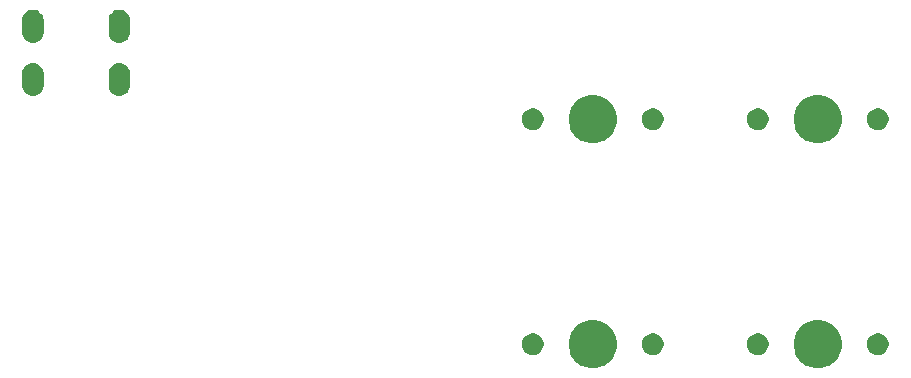
<source format=gbr>
G04 #@! TF.GenerationSoftware,KiCad,Pcbnew,(5.1.4)-1*
G04 #@! TF.CreationDate,2020-07-29T14:25:06+02:00*
G04 #@! TF.ProjectId,ai03-pcb-2x2-macroboard,61693033-2d70-4636-922d-3278322d6d61,rev?*
G04 #@! TF.SameCoordinates,Original*
G04 #@! TF.FileFunction,Soldermask,Top*
G04 #@! TF.FilePolarity,Negative*
%FSLAX46Y46*%
G04 Gerber Fmt 4.6, Leading zero omitted, Abs format (unit mm)*
G04 Created by KiCad (PCBNEW (5.1.4)-1) date 2020-07-29 14:25:06*
%MOMM*%
%LPD*%
G04 APERTURE LIST*
%ADD10C,0.100000*%
G04 APERTURE END LIST*
D10*
G36*
X176808974Y-105983684D02*
G01*
X177026974Y-106073983D01*
X177181123Y-106137833D01*
X177516048Y-106361623D01*
X177800877Y-106646452D01*
X178024667Y-106981377D01*
X178057062Y-107059586D01*
X178178816Y-107353526D01*
X178257400Y-107748594D01*
X178257400Y-108151406D01*
X178178816Y-108546474D01*
X178127951Y-108669272D01*
X178024667Y-108918623D01*
X177800877Y-109253548D01*
X177516048Y-109538377D01*
X177181123Y-109762167D01*
X177026974Y-109826017D01*
X176808974Y-109916316D01*
X176413906Y-109994900D01*
X176011094Y-109994900D01*
X175616026Y-109916316D01*
X175398026Y-109826017D01*
X175243877Y-109762167D01*
X174908952Y-109538377D01*
X174624123Y-109253548D01*
X174400333Y-108918623D01*
X174297049Y-108669272D01*
X174246184Y-108546474D01*
X174167600Y-108151406D01*
X174167600Y-107748594D01*
X174246184Y-107353526D01*
X174367938Y-107059586D01*
X174400333Y-106981377D01*
X174624123Y-106646452D01*
X174908952Y-106361623D01*
X175243877Y-106137833D01*
X175398026Y-106073983D01*
X175616026Y-105983684D01*
X176011094Y-105905100D01*
X176413906Y-105905100D01*
X176808974Y-105983684D01*
X176808974Y-105983684D01*
G37*
G36*
X195858974Y-105983684D02*
G01*
X196076974Y-106073983D01*
X196231123Y-106137833D01*
X196566048Y-106361623D01*
X196850877Y-106646452D01*
X197074667Y-106981377D01*
X197107062Y-107059586D01*
X197228816Y-107353526D01*
X197307400Y-107748594D01*
X197307400Y-108151406D01*
X197228816Y-108546474D01*
X197177951Y-108669272D01*
X197074667Y-108918623D01*
X196850877Y-109253548D01*
X196566048Y-109538377D01*
X196231123Y-109762167D01*
X196076974Y-109826017D01*
X195858974Y-109916316D01*
X195463906Y-109994900D01*
X195061094Y-109994900D01*
X194666026Y-109916316D01*
X194448026Y-109826017D01*
X194293877Y-109762167D01*
X193958952Y-109538377D01*
X193674123Y-109253548D01*
X193450333Y-108918623D01*
X193347049Y-108669272D01*
X193296184Y-108546474D01*
X193217600Y-108151406D01*
X193217600Y-107748594D01*
X193296184Y-107353526D01*
X193417938Y-107059586D01*
X193450333Y-106981377D01*
X193674123Y-106646452D01*
X193958952Y-106361623D01*
X194293877Y-106137833D01*
X194448026Y-106073983D01*
X194666026Y-105983684D01*
X195061094Y-105905100D01*
X195463906Y-105905100D01*
X195858974Y-105983684D01*
X195858974Y-105983684D01*
G37*
G36*
X200612604Y-107059585D02*
G01*
X200781126Y-107129389D01*
X200932791Y-107230728D01*
X201061772Y-107359709D01*
X201163111Y-107511374D01*
X201232915Y-107679896D01*
X201268500Y-107858797D01*
X201268500Y-108041203D01*
X201232915Y-108220104D01*
X201163111Y-108388626D01*
X201061772Y-108540291D01*
X200932791Y-108669272D01*
X200781126Y-108770611D01*
X200612604Y-108840415D01*
X200433703Y-108876000D01*
X200251297Y-108876000D01*
X200072396Y-108840415D01*
X199903874Y-108770611D01*
X199752209Y-108669272D01*
X199623228Y-108540291D01*
X199521889Y-108388626D01*
X199452085Y-108220104D01*
X199416500Y-108041203D01*
X199416500Y-107858797D01*
X199452085Y-107679896D01*
X199521889Y-107511374D01*
X199623228Y-107359709D01*
X199752209Y-107230728D01*
X199903874Y-107129389D01*
X200072396Y-107059585D01*
X200251297Y-107024000D01*
X200433703Y-107024000D01*
X200612604Y-107059585D01*
X200612604Y-107059585D01*
G37*
G36*
X190452604Y-107059585D02*
G01*
X190621126Y-107129389D01*
X190772791Y-107230728D01*
X190901772Y-107359709D01*
X191003111Y-107511374D01*
X191072915Y-107679896D01*
X191108500Y-107858797D01*
X191108500Y-108041203D01*
X191072915Y-108220104D01*
X191003111Y-108388626D01*
X190901772Y-108540291D01*
X190772791Y-108669272D01*
X190621126Y-108770611D01*
X190452604Y-108840415D01*
X190273703Y-108876000D01*
X190091297Y-108876000D01*
X189912396Y-108840415D01*
X189743874Y-108770611D01*
X189592209Y-108669272D01*
X189463228Y-108540291D01*
X189361889Y-108388626D01*
X189292085Y-108220104D01*
X189256500Y-108041203D01*
X189256500Y-107858797D01*
X189292085Y-107679896D01*
X189361889Y-107511374D01*
X189463228Y-107359709D01*
X189592209Y-107230728D01*
X189743874Y-107129389D01*
X189912396Y-107059585D01*
X190091297Y-107024000D01*
X190273703Y-107024000D01*
X190452604Y-107059585D01*
X190452604Y-107059585D01*
G37*
G36*
X181562604Y-107059585D02*
G01*
X181731126Y-107129389D01*
X181882791Y-107230728D01*
X182011772Y-107359709D01*
X182113111Y-107511374D01*
X182182915Y-107679896D01*
X182218500Y-107858797D01*
X182218500Y-108041203D01*
X182182915Y-108220104D01*
X182113111Y-108388626D01*
X182011772Y-108540291D01*
X181882791Y-108669272D01*
X181731126Y-108770611D01*
X181562604Y-108840415D01*
X181383703Y-108876000D01*
X181201297Y-108876000D01*
X181022396Y-108840415D01*
X180853874Y-108770611D01*
X180702209Y-108669272D01*
X180573228Y-108540291D01*
X180471889Y-108388626D01*
X180402085Y-108220104D01*
X180366500Y-108041203D01*
X180366500Y-107858797D01*
X180402085Y-107679896D01*
X180471889Y-107511374D01*
X180573228Y-107359709D01*
X180702209Y-107230728D01*
X180853874Y-107129389D01*
X181022396Y-107059585D01*
X181201297Y-107024000D01*
X181383703Y-107024000D01*
X181562604Y-107059585D01*
X181562604Y-107059585D01*
G37*
G36*
X171402604Y-107059585D02*
G01*
X171571126Y-107129389D01*
X171722791Y-107230728D01*
X171851772Y-107359709D01*
X171953111Y-107511374D01*
X172022915Y-107679896D01*
X172058500Y-107858797D01*
X172058500Y-108041203D01*
X172022915Y-108220104D01*
X171953111Y-108388626D01*
X171851772Y-108540291D01*
X171722791Y-108669272D01*
X171571126Y-108770611D01*
X171402604Y-108840415D01*
X171223703Y-108876000D01*
X171041297Y-108876000D01*
X170862396Y-108840415D01*
X170693874Y-108770611D01*
X170542209Y-108669272D01*
X170413228Y-108540291D01*
X170311889Y-108388626D01*
X170242085Y-108220104D01*
X170206500Y-108041203D01*
X170206500Y-107858797D01*
X170242085Y-107679896D01*
X170311889Y-107511374D01*
X170413228Y-107359709D01*
X170542209Y-107230728D01*
X170693874Y-107129389D01*
X170862396Y-107059585D01*
X171041297Y-107024000D01*
X171223703Y-107024000D01*
X171402604Y-107059585D01*
X171402604Y-107059585D01*
G37*
G36*
X176808974Y-86933684D02*
G01*
X177026974Y-87023983D01*
X177181123Y-87087833D01*
X177516048Y-87311623D01*
X177800877Y-87596452D01*
X178024667Y-87931377D01*
X178057062Y-88009586D01*
X178178816Y-88303526D01*
X178257400Y-88698594D01*
X178257400Y-89101406D01*
X178178816Y-89496474D01*
X178127951Y-89619272D01*
X178024667Y-89868623D01*
X177800877Y-90203548D01*
X177516048Y-90488377D01*
X177181123Y-90712167D01*
X177026974Y-90776017D01*
X176808974Y-90866316D01*
X176413906Y-90944900D01*
X176011094Y-90944900D01*
X175616026Y-90866316D01*
X175398026Y-90776017D01*
X175243877Y-90712167D01*
X174908952Y-90488377D01*
X174624123Y-90203548D01*
X174400333Y-89868623D01*
X174297049Y-89619272D01*
X174246184Y-89496474D01*
X174167600Y-89101406D01*
X174167600Y-88698594D01*
X174246184Y-88303526D01*
X174367938Y-88009586D01*
X174400333Y-87931377D01*
X174624123Y-87596452D01*
X174908952Y-87311623D01*
X175243877Y-87087833D01*
X175398026Y-87023983D01*
X175616026Y-86933684D01*
X176011094Y-86855100D01*
X176413906Y-86855100D01*
X176808974Y-86933684D01*
X176808974Y-86933684D01*
G37*
G36*
X195858974Y-86933684D02*
G01*
X196076974Y-87023983D01*
X196231123Y-87087833D01*
X196566048Y-87311623D01*
X196850877Y-87596452D01*
X197074667Y-87931377D01*
X197107062Y-88009586D01*
X197228816Y-88303526D01*
X197307400Y-88698594D01*
X197307400Y-89101406D01*
X197228816Y-89496474D01*
X197177951Y-89619272D01*
X197074667Y-89868623D01*
X196850877Y-90203548D01*
X196566048Y-90488377D01*
X196231123Y-90712167D01*
X196076974Y-90776017D01*
X195858974Y-90866316D01*
X195463906Y-90944900D01*
X195061094Y-90944900D01*
X194666026Y-90866316D01*
X194448026Y-90776017D01*
X194293877Y-90712167D01*
X193958952Y-90488377D01*
X193674123Y-90203548D01*
X193450333Y-89868623D01*
X193347049Y-89619272D01*
X193296184Y-89496474D01*
X193217600Y-89101406D01*
X193217600Y-88698594D01*
X193296184Y-88303526D01*
X193417938Y-88009586D01*
X193450333Y-87931377D01*
X193674123Y-87596452D01*
X193958952Y-87311623D01*
X194293877Y-87087833D01*
X194448026Y-87023983D01*
X194666026Y-86933684D01*
X195061094Y-86855100D01*
X195463906Y-86855100D01*
X195858974Y-86933684D01*
X195858974Y-86933684D01*
G37*
G36*
X181562604Y-88009585D02*
G01*
X181731126Y-88079389D01*
X181882791Y-88180728D01*
X182011772Y-88309709D01*
X182113111Y-88461374D01*
X182182915Y-88629896D01*
X182218500Y-88808797D01*
X182218500Y-88991203D01*
X182182915Y-89170104D01*
X182113111Y-89338626D01*
X182011772Y-89490291D01*
X181882791Y-89619272D01*
X181731126Y-89720611D01*
X181562604Y-89790415D01*
X181383703Y-89826000D01*
X181201297Y-89826000D01*
X181022396Y-89790415D01*
X180853874Y-89720611D01*
X180702209Y-89619272D01*
X180573228Y-89490291D01*
X180471889Y-89338626D01*
X180402085Y-89170104D01*
X180366500Y-88991203D01*
X180366500Y-88808797D01*
X180402085Y-88629896D01*
X180471889Y-88461374D01*
X180573228Y-88309709D01*
X180702209Y-88180728D01*
X180853874Y-88079389D01*
X181022396Y-88009585D01*
X181201297Y-87974000D01*
X181383703Y-87974000D01*
X181562604Y-88009585D01*
X181562604Y-88009585D01*
G37*
G36*
X171402604Y-88009585D02*
G01*
X171571126Y-88079389D01*
X171722791Y-88180728D01*
X171851772Y-88309709D01*
X171953111Y-88461374D01*
X172022915Y-88629896D01*
X172058500Y-88808797D01*
X172058500Y-88991203D01*
X172022915Y-89170104D01*
X171953111Y-89338626D01*
X171851772Y-89490291D01*
X171722791Y-89619272D01*
X171571126Y-89720611D01*
X171402604Y-89790415D01*
X171223703Y-89826000D01*
X171041297Y-89826000D01*
X170862396Y-89790415D01*
X170693874Y-89720611D01*
X170542209Y-89619272D01*
X170413228Y-89490291D01*
X170311889Y-89338626D01*
X170242085Y-89170104D01*
X170206500Y-88991203D01*
X170206500Y-88808797D01*
X170242085Y-88629896D01*
X170311889Y-88461374D01*
X170413228Y-88309709D01*
X170542209Y-88180728D01*
X170693874Y-88079389D01*
X170862396Y-88009585D01*
X171041297Y-87974000D01*
X171223703Y-87974000D01*
X171402604Y-88009585D01*
X171402604Y-88009585D01*
G37*
G36*
X190452604Y-88009585D02*
G01*
X190621126Y-88079389D01*
X190772791Y-88180728D01*
X190901772Y-88309709D01*
X191003111Y-88461374D01*
X191072915Y-88629896D01*
X191108500Y-88808797D01*
X191108500Y-88991203D01*
X191072915Y-89170104D01*
X191003111Y-89338626D01*
X190901772Y-89490291D01*
X190772791Y-89619272D01*
X190621126Y-89720611D01*
X190452604Y-89790415D01*
X190273703Y-89826000D01*
X190091297Y-89826000D01*
X189912396Y-89790415D01*
X189743874Y-89720611D01*
X189592209Y-89619272D01*
X189463228Y-89490291D01*
X189361889Y-89338626D01*
X189292085Y-89170104D01*
X189256500Y-88991203D01*
X189256500Y-88808797D01*
X189292085Y-88629896D01*
X189361889Y-88461374D01*
X189463228Y-88309709D01*
X189592209Y-88180728D01*
X189743874Y-88079389D01*
X189912396Y-88009585D01*
X190091297Y-87974000D01*
X190273703Y-87974000D01*
X190452604Y-88009585D01*
X190452604Y-88009585D01*
G37*
G36*
X200612604Y-88009585D02*
G01*
X200781126Y-88079389D01*
X200932791Y-88180728D01*
X201061772Y-88309709D01*
X201163111Y-88461374D01*
X201232915Y-88629896D01*
X201268500Y-88808797D01*
X201268500Y-88991203D01*
X201232915Y-89170104D01*
X201163111Y-89338626D01*
X201061772Y-89490291D01*
X200932791Y-89619272D01*
X200781126Y-89720611D01*
X200612604Y-89790415D01*
X200433703Y-89826000D01*
X200251297Y-89826000D01*
X200072396Y-89790415D01*
X199903874Y-89720611D01*
X199752209Y-89619272D01*
X199623228Y-89490291D01*
X199521889Y-89338626D01*
X199452085Y-89170104D01*
X199416500Y-88991203D01*
X199416500Y-88808797D01*
X199452085Y-88629896D01*
X199521889Y-88461374D01*
X199623228Y-88309709D01*
X199752209Y-88180728D01*
X199903874Y-88079389D01*
X200072396Y-88009585D01*
X200251297Y-87974000D01*
X200433703Y-87974000D01*
X200612604Y-88009585D01*
X200612604Y-88009585D01*
G37*
G36*
X128987627Y-84138037D02*
G01*
X129157466Y-84189557D01*
X129313991Y-84273222D01*
X129349729Y-84302552D01*
X129451186Y-84385814D01*
X129534448Y-84487271D01*
X129563778Y-84523009D01*
X129647443Y-84679534D01*
X129698963Y-84849373D01*
X129712000Y-84981742D01*
X129712000Y-86070258D01*
X129698963Y-86202627D01*
X129647443Y-86372466D01*
X129563778Y-86528991D01*
X129534448Y-86564729D01*
X129451186Y-86666186D01*
X129313989Y-86778779D01*
X129171203Y-86855100D01*
X129157465Y-86862443D01*
X128987626Y-86913963D01*
X128811000Y-86931359D01*
X128634373Y-86913963D01*
X128464534Y-86862443D01*
X128308009Y-86778778D01*
X128272271Y-86749448D01*
X128170814Y-86666186D01*
X128058221Y-86528989D01*
X127974558Y-86372467D01*
X127974557Y-86372465D01*
X127923037Y-86202626D01*
X127910000Y-86070257D01*
X127910001Y-84981742D01*
X127923038Y-84849373D01*
X127974558Y-84679534D01*
X128058223Y-84523009D01*
X128087553Y-84487271D01*
X128170815Y-84385814D01*
X128272272Y-84302552D01*
X128308010Y-84273222D01*
X128464535Y-84189557D01*
X128634374Y-84138037D01*
X128811000Y-84120641D01*
X128987627Y-84138037D01*
X128987627Y-84138037D01*
G37*
G36*
X136287627Y-84138037D02*
G01*
X136457466Y-84189557D01*
X136613991Y-84273222D01*
X136649729Y-84302552D01*
X136751186Y-84385814D01*
X136834448Y-84487271D01*
X136863778Y-84523009D01*
X136947443Y-84679534D01*
X136998963Y-84849373D01*
X137012000Y-84981742D01*
X137012000Y-86070258D01*
X136998963Y-86202627D01*
X136947443Y-86372466D01*
X136863778Y-86528991D01*
X136834448Y-86564729D01*
X136751186Y-86666186D01*
X136613989Y-86778779D01*
X136471203Y-86855100D01*
X136457465Y-86862443D01*
X136287626Y-86913963D01*
X136111000Y-86931359D01*
X135934373Y-86913963D01*
X135764534Y-86862443D01*
X135608009Y-86778778D01*
X135572271Y-86749448D01*
X135470814Y-86666186D01*
X135358221Y-86528989D01*
X135274558Y-86372467D01*
X135274557Y-86372465D01*
X135223037Y-86202626D01*
X135210000Y-86070257D01*
X135210001Y-84981742D01*
X135223038Y-84849373D01*
X135274558Y-84679534D01*
X135358223Y-84523009D01*
X135387553Y-84487271D01*
X135470815Y-84385814D01*
X135572272Y-84302552D01*
X135608010Y-84273222D01*
X135764535Y-84189557D01*
X135934374Y-84138037D01*
X136111000Y-84120641D01*
X136287627Y-84138037D01*
X136287627Y-84138037D01*
G37*
G36*
X128987627Y-79638037D02*
G01*
X129157466Y-79689557D01*
X129313991Y-79773222D01*
X129349729Y-79802552D01*
X129451186Y-79885814D01*
X129534448Y-79987271D01*
X129563778Y-80023009D01*
X129647443Y-80179534D01*
X129698963Y-80349373D01*
X129712000Y-80481742D01*
X129712000Y-81570258D01*
X129698963Y-81702627D01*
X129647443Y-81872466D01*
X129563778Y-82028991D01*
X129534448Y-82064729D01*
X129451186Y-82166186D01*
X129313989Y-82278779D01*
X129157467Y-82362442D01*
X129157465Y-82362443D01*
X128987626Y-82413963D01*
X128811000Y-82431359D01*
X128634373Y-82413963D01*
X128464534Y-82362443D01*
X128308009Y-82278778D01*
X128272271Y-82249448D01*
X128170814Y-82166186D01*
X128058221Y-82028989D01*
X127974558Y-81872467D01*
X127974557Y-81872465D01*
X127923037Y-81702626D01*
X127910000Y-81570257D01*
X127910001Y-80481742D01*
X127923038Y-80349373D01*
X127974558Y-80179534D01*
X128058223Y-80023009D01*
X128087553Y-79987271D01*
X128170815Y-79885814D01*
X128272272Y-79802552D01*
X128308010Y-79773222D01*
X128464535Y-79689557D01*
X128634374Y-79638037D01*
X128811000Y-79620641D01*
X128987627Y-79638037D01*
X128987627Y-79638037D01*
G37*
G36*
X136287627Y-79638037D02*
G01*
X136457466Y-79689557D01*
X136613991Y-79773222D01*
X136649729Y-79802552D01*
X136751186Y-79885814D01*
X136834448Y-79987271D01*
X136863778Y-80023009D01*
X136947443Y-80179534D01*
X136998963Y-80349373D01*
X137012000Y-80481742D01*
X137012000Y-81570258D01*
X136998963Y-81702627D01*
X136947443Y-81872466D01*
X136863778Y-82028991D01*
X136834448Y-82064729D01*
X136751186Y-82166186D01*
X136613989Y-82278779D01*
X136457467Y-82362442D01*
X136457465Y-82362443D01*
X136287626Y-82413963D01*
X136111000Y-82431359D01*
X135934373Y-82413963D01*
X135764534Y-82362443D01*
X135608009Y-82278778D01*
X135572271Y-82249448D01*
X135470814Y-82166186D01*
X135358221Y-82028989D01*
X135274558Y-81872467D01*
X135274557Y-81872465D01*
X135223037Y-81702626D01*
X135210000Y-81570257D01*
X135210001Y-80481742D01*
X135223038Y-80349373D01*
X135274558Y-80179534D01*
X135358223Y-80023009D01*
X135387553Y-79987271D01*
X135470815Y-79885814D01*
X135572272Y-79802552D01*
X135608010Y-79773222D01*
X135764535Y-79689557D01*
X135934374Y-79638037D01*
X136111000Y-79620641D01*
X136287627Y-79638037D01*
X136287627Y-79638037D01*
G37*
M02*

</source>
